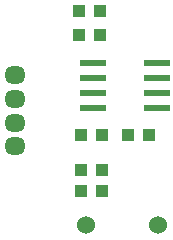
<source format=gtp>
G04 #@! TF.GenerationSoftware,KiCad,Pcbnew,(5.0.2)-1*
G04 #@! TF.CreationDate,2019-02-16T11:26:36+09:00*
G04 #@! TF.ProjectId,EEPROM,45455052-4f4d-42e6-9b69-6361645f7063,v1.0*
G04 #@! TF.SameCoordinates,Original*
G04 #@! TF.FileFunction,Paste,Top*
G04 #@! TF.FilePolarity,Positive*
%FSLAX46Y46*%
G04 Gerber Fmt 4.6, Leading zero omitted, Abs format (unit mm)*
G04 Created by KiCad (PCBNEW (5.0.2)-1) date 2019/02/16 11:26:36*
%MOMM*%
%LPD*%
G01*
G04 APERTURE LIST*
%ADD10R,2.200000X0.600000*%
%ADD11R,1.049020X1.079500*%
%ADD12O,1.800000X1.524000*%
%ADD13C,1.524000*%
G04 APERTURE END LIST*
D10*
G04 #@! TO.C,U1*
X201000000Y-111535000D03*
X195600000Y-111535000D03*
X201000000Y-112805000D03*
X201000000Y-110265000D03*
X201000000Y-108995000D03*
X195600000Y-112805000D03*
X195600000Y-110265000D03*
X195600000Y-108995000D03*
G04 #@! TD*
D11*
G04 #@! TO.C,C1*
X196373760Y-115100000D03*
X194626240Y-115100000D03*
G04 #@! TD*
D12*
G04 #@! TO.C,P1*
X189000000Y-116000000D03*
X189000000Y-114000000D03*
X189000000Y-112000000D03*
X189000000Y-110000000D03*
G04 #@! TD*
D11*
G04 #@! TO.C,R1*
X194426240Y-104600000D03*
X196173760Y-104600000D03*
G04 #@! TD*
G04 #@! TO.C,R2*
X194426240Y-106600000D03*
X196173760Y-106600000D03*
G04 #@! TD*
G04 #@! TO.C,R3*
X198626240Y-115100000D03*
X200373760Y-115100000D03*
G04 #@! TD*
D13*
G04 #@! TO.C,TP1*
X201100000Y-122700000D03*
G04 #@! TD*
G04 #@! TO.C,TP2*
X195000000Y-122700000D03*
G04 #@! TD*
D11*
G04 #@! TO.C,R4*
X194626240Y-119800000D03*
X196373760Y-119800000D03*
G04 #@! TD*
G04 #@! TO.C,R5*
X194626240Y-118000000D03*
X196373760Y-118000000D03*
G04 #@! TD*
M02*

</source>
